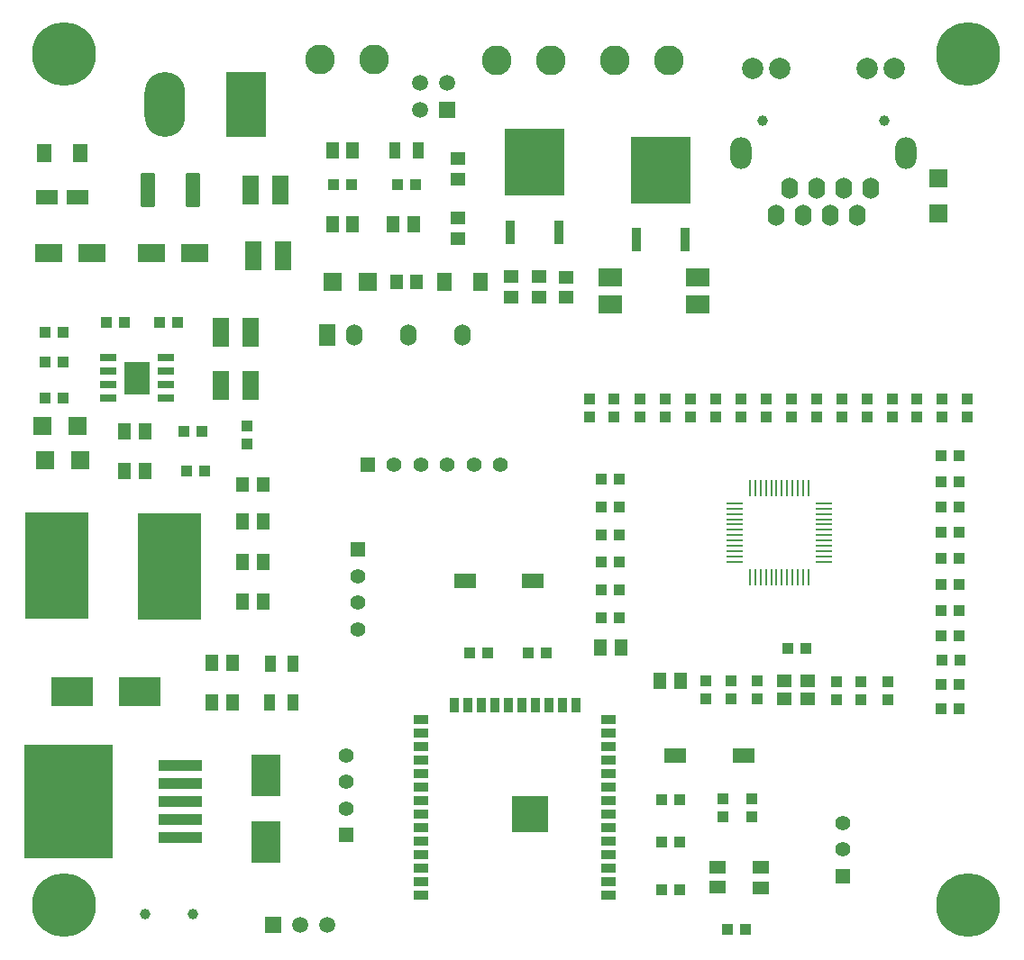
<source format=gbr>
%TF.GenerationSoftware,Altium Limited,Altium Designer,23.0.1 (38)*%
G04 Layer_Color=255*
%FSLAX45Y45*%
%MOMM*%
%TF.SameCoordinates,E0F799D9-27B4-45C1-BD14-B3F5E9977550*%
%TF.FilePolarity,Positive*%
%TF.FileFunction,Pads,Top*%
%TF.Part,Single*%
G01*
G75*
%TA.AperFunction,SMDPad,CuDef*%
%ADD11R,1.56000X0.28000*%
%ADD12R,0.28000X1.56000*%
%ADD13R,1.10000X1.00000*%
%ADD14R,1.40000X1.20000*%
%ADD15R,1.50000X1.30000*%
%ADD16R,1.00000X1.10000*%
%ADD17R,2.00000X1.40000*%
%ADD18R,1.70000X1.70000*%
%ADD19R,5.55000X6.30000*%
%ADD20R,0.90000X2.25000*%
%ADD21R,1.10000X1.50000*%
%ADD22R,1.30000X1.50000*%
%ADD23R,1.35000X1.80000*%
%ADD24R,1.20000X1.40000*%
%ADD25R,1.70000X1.70000*%
%ADD26R,2.20000X1.70000*%
%ADD27R,1.60000X2.70000*%
%ADD28R,2.40000X3.10000*%
%ADD29R,1.60000X0.70000*%
%ADD30R,2.50000X1.70000*%
G04:AMPARAMS|DCode=31|XSize=1.34mm|YSize=3.29mm|CornerRadius=0.1675mm|HoleSize=0mm|Usage=FLASHONLY|Rotation=0.000|XOffset=0mm|YOffset=0mm|HoleType=Round|Shape=RoundedRectangle|*
%AMROUNDEDRECTD31*
21,1,1.34000,2.95500,0,0,0.0*
21,1,1.00500,3.29000,0,0,0.0*
1,1,0.33500,0.50250,-1.47750*
1,1,0.33500,-0.50250,-1.47750*
1,1,0.33500,-0.50250,1.47750*
1,1,0.33500,0.50250,1.47750*
%
%ADD31ROUNDEDRECTD31*%
%ADD32R,2.05000X1.45000*%
%ADD33R,6.00000X10.00000*%
%ADD34R,4.03860X1.04140*%
%ADD35R,8.30580X10.74420*%
%ADD36R,4.00000X2.80000*%
%ADD37C,1.00000*%
%ADD38R,2.80000X4.00000*%
%ADD39R,1.40000X1.20000*%
%ADD40R,1.45000X0.86000*%
%ADD41R,0.86000X1.45000*%
%ADD42R,3.50000X3.50000*%
%TA.AperFunction,ComponentPad*%
%ADD48O,1.60000X2.00000*%
%ADD49C,2.00000*%
%ADD50O,2.00000X3.00000*%
%ADD51C,1.00000*%
%ADD52C,1.40000*%
%ADD53R,1.40000X1.40000*%
%ADD54R,3.81000X6.09600*%
%ADD55O,3.81000X6.09600*%
%ADD56C,2.79400*%
%ADD57C,1.50000*%
%ADD58R,1.50000X1.50000*%
%ADD59R,1.52400X2.03200*%
%ADD60O,1.52400X2.03200*%
%ADD61R,1.40000X1.40000*%
%TA.AperFunction,ViaPad*%
%ADD62C,6.00000*%
D11*
X7650495Y4255003D02*
D03*
Y4205000D02*
D03*
Y4155003D02*
D03*
Y4105001D02*
D03*
Y4055003D02*
D03*
Y4005001D02*
D03*
Y3955004D02*
D03*
Y3905001D02*
D03*
Y3855004D02*
D03*
Y3805001D02*
D03*
Y3755004D02*
D03*
Y3705001D02*
D03*
X6814500D02*
D03*
Y3755004D02*
D03*
Y3805001D02*
D03*
Y3855004D02*
D03*
Y3905001D02*
D03*
Y3955004D02*
D03*
Y4005001D02*
D03*
Y4055003D02*
D03*
Y4105001D02*
D03*
Y4155003D02*
D03*
Y4205000D02*
D03*
Y4255003D02*
D03*
D12*
X7507498Y3562005D02*
D03*
X7457496D02*
D03*
X7407499D02*
D03*
X7357496D02*
D03*
X7307499D02*
D03*
X7257496D02*
D03*
X7207499D02*
D03*
X7157496D02*
D03*
X7107499D02*
D03*
X7057497D02*
D03*
X7007499D02*
D03*
X6957497D02*
D03*
Y4398000D02*
D03*
X7007499D02*
D03*
X7057497D02*
D03*
X7107499D02*
D03*
X7157496D02*
D03*
X7207499D02*
D03*
X7257496D02*
D03*
X7307499D02*
D03*
X7357496D02*
D03*
X7407499D02*
D03*
X7457496D02*
D03*
X7507498D02*
D03*
D13*
X340473Y5586497D02*
D03*
X510470D02*
D03*
X6300084Y618805D02*
D03*
X6130082D02*
D03*
X6745087Y250002D02*
D03*
X6915084D02*
D03*
X6300165Y1066902D02*
D03*
X6130163D02*
D03*
X6130082Y1468806D02*
D03*
X6300084D02*
D03*
X8755085Y2320006D02*
D03*
X8925082D02*
D03*
X8925006Y2550003D02*
D03*
X8755004D02*
D03*
X8929924Y2780005D02*
D03*
X8759922D02*
D03*
X8755004Y3010002D02*
D03*
X8925006D02*
D03*
Y3250006D02*
D03*
X8755004D02*
D03*
X8755085Y3490956D02*
D03*
X8925082D02*
D03*
X8925006Y3739576D02*
D03*
X8755004D02*
D03*
X8755085Y4700854D02*
D03*
X8925082D02*
D03*
X8755167Y4460428D02*
D03*
X8925164D02*
D03*
X8755085Y4220002D02*
D03*
X8925082D02*
D03*
X8755085Y3980002D02*
D03*
X8925082D02*
D03*
X3048340Y7249998D02*
D03*
X3218343D02*
D03*
X3814999D02*
D03*
X3645002D02*
D03*
X1836034Y4556902D02*
D03*
X1666032D02*
D03*
X1640713Y4933498D02*
D03*
X1810710D02*
D03*
X1585712Y5958500D02*
D03*
X1415710D02*
D03*
X1080049D02*
D03*
X910052D02*
D03*
X340468Y5858500D02*
D03*
X510470D02*
D03*
X5734914Y4479996D02*
D03*
X5564916D02*
D03*
X5734914Y4219997D02*
D03*
X5564916D02*
D03*
X5734914Y3959997D02*
D03*
X5564916D02*
D03*
X4497583Y2848803D02*
D03*
X4327586D02*
D03*
X4875083D02*
D03*
X5045085D02*
D03*
X5734914Y3698997D02*
D03*
X5564916D02*
D03*
X5734914Y3178998D02*
D03*
X5564916D02*
D03*
Y3438571D02*
D03*
X5734914D02*
D03*
X509218Y5243004D02*
D03*
X339216D02*
D03*
X7480082Y2890001D02*
D03*
X7310085D02*
D03*
D14*
X4212839Y6934997D02*
D03*
Y6745000D02*
D03*
X4218920Y7304562D02*
D03*
Y7494560D02*
D03*
X5231420Y6189563D02*
D03*
Y6379561D02*
D03*
X4976078Y6382995D02*
D03*
Y6192998D02*
D03*
X4715581D02*
D03*
Y6382995D02*
D03*
D15*
X7057984Y828974D02*
D03*
Y638972D02*
D03*
X6656984Y643804D02*
D03*
Y833806D02*
D03*
D16*
X6976984Y1478890D02*
D03*
Y1308887D02*
D03*
X6702078Y1478969D02*
D03*
Y1308967D02*
D03*
X2234433Y4808494D02*
D03*
Y4978497D02*
D03*
X8250001Y2410399D02*
D03*
Y2580401D02*
D03*
X7999999Y2410480D02*
D03*
Y2580483D02*
D03*
X7770856Y2410399D02*
D03*
Y2580401D02*
D03*
X7024568Y2413559D02*
D03*
Y2583561D02*
D03*
X6784147D02*
D03*
Y2413559D02*
D03*
X6543721Y2583480D02*
D03*
Y2413478D02*
D03*
X9002126Y5234920D02*
D03*
Y5064917D02*
D03*
X8765398Y5234920D02*
D03*
Y5064917D02*
D03*
X8528675D02*
D03*
Y5234920D02*
D03*
X8291952Y5064917D02*
D03*
Y5234920D02*
D03*
X8055229D02*
D03*
Y5064917D02*
D03*
X7818506D02*
D03*
Y5234920D02*
D03*
X7581783D02*
D03*
Y5064917D02*
D03*
X7345060D02*
D03*
Y5234920D02*
D03*
X7108337D02*
D03*
Y5064917D02*
D03*
X6871614D02*
D03*
Y5234920D02*
D03*
X6634891D02*
D03*
Y5064917D02*
D03*
X6398163D02*
D03*
Y5234920D02*
D03*
X6161441Y5064917D02*
D03*
Y5234920D02*
D03*
X5924718D02*
D03*
Y5064917D02*
D03*
X5677499Y5067498D02*
D03*
Y5237500D02*
D03*
X5451272Y5064917D02*
D03*
Y5234920D02*
D03*
D17*
X6255085Y1878802D02*
D03*
X6895084D02*
D03*
X4920000Y3524921D02*
D03*
X4280002D02*
D03*
D18*
X8730000Y6982506D02*
D03*
Y7312508D02*
D03*
D19*
X4937501Y7462327D02*
D03*
X6120074Y7389998D02*
D03*
D20*
X5165501Y6802324D02*
D03*
X4709500D02*
D03*
X5892074Y6729994D02*
D03*
X6348075D02*
D03*
D21*
X3840079Y7575001D02*
D03*
X3620079D02*
D03*
X2670002Y2749362D02*
D03*
X2450003D02*
D03*
X2664998Y2381900D02*
D03*
X2444999D02*
D03*
D22*
X3038343Y7575000D02*
D03*
X3228345D02*
D03*
X3609680Y6876821D02*
D03*
X3799683D02*
D03*
X3038343D02*
D03*
X3228345D02*
D03*
X2095002Y2381900D02*
D03*
X1905000D02*
D03*
Y2751902D02*
D03*
X2095002D02*
D03*
X2382459Y3330001D02*
D03*
X2192457D02*
D03*
X2194997Y3699998D02*
D03*
X2384999D02*
D03*
Y4080000D02*
D03*
X2194997D02*
D03*
X1084997Y4933498D02*
D03*
X1274999D02*
D03*
Y4556902D02*
D03*
X1084997D02*
D03*
X6304798Y2583480D02*
D03*
X6114796D02*
D03*
X5744916Y2900070D02*
D03*
X5554914D02*
D03*
D23*
X4424998Y6333919D02*
D03*
X4090003D02*
D03*
X329474Y7550003D02*
D03*
X664474D02*
D03*
D24*
X3825438Y6333922D02*
D03*
X3635441D02*
D03*
X2194167Y4433257D02*
D03*
X2384164D02*
D03*
D25*
X3365002Y6340003D02*
D03*
X3035000D02*
D03*
X645528Y4983501D02*
D03*
X315526D02*
D03*
X665002Y4658506D02*
D03*
X335000D02*
D03*
D26*
X6470000Y6120498D02*
D03*
Y6374498D02*
D03*
X5649997D02*
D03*
Y6120498D02*
D03*
D27*
X2264430Y5358501D02*
D03*
X1984431D02*
D03*
X1985711Y5858500D02*
D03*
X2265710D02*
D03*
X2572517Y6578600D02*
D03*
X2292518D02*
D03*
X2270003Y7200001D02*
D03*
X2550003D02*
D03*
D28*
X1200714Y5433502D02*
D03*
D29*
X930712Y5624002D02*
D03*
Y5497002D02*
D03*
Y5370002D02*
D03*
Y5243002D02*
D03*
X1470716Y5624002D02*
D03*
Y5243002D02*
D03*
Y5370002D02*
D03*
Y5497002D02*
D03*
D30*
X1743583Y6603599D02*
D03*
X1337102D02*
D03*
X374218D02*
D03*
X780699D02*
D03*
D31*
X1730004Y7200001D02*
D03*
X1300002D02*
D03*
D32*
X642498Y7135002D02*
D03*
X357500D02*
D03*
D33*
X1510000Y3660003D02*
D03*
X450002Y3670000D02*
D03*
D34*
X1603746Y1109642D02*
D03*
Y1279822D02*
D03*
Y1450002D02*
D03*
Y1620182D02*
D03*
Y1790362D02*
D03*
D35*
X558536Y1450002D02*
D03*
D36*
X595000Y2480000D02*
D03*
X1225001D02*
D03*
D37*
X1729999Y390002D02*
D03*
X1280003D02*
D03*
D38*
X2409998Y1070000D02*
D03*
Y1700002D02*
D03*
D39*
X7279996Y2588478D02*
D03*
Y2418476D02*
D03*
X7499995D02*
D03*
Y2588478D02*
D03*
D40*
X5632999Y2220001D02*
D03*
Y2093001D02*
D03*
Y1966001D02*
D03*
Y1839001D02*
D03*
Y1712001D02*
D03*
Y1585001D02*
D03*
Y1458001D02*
D03*
Y1331001D02*
D03*
Y1204001D02*
D03*
Y1077001D02*
D03*
Y950001D02*
D03*
Y696001D02*
D03*
Y569001D02*
D03*
X3866998Y2220001D02*
D03*
Y2093001D02*
D03*
Y1966001D02*
D03*
Y1839001D02*
D03*
Y1712001D02*
D03*
Y1585001D02*
D03*
Y1458001D02*
D03*
Y1331001D02*
D03*
Y1204001D02*
D03*
Y1077001D02*
D03*
Y950001D02*
D03*
Y823001D02*
D03*
Y696001D02*
D03*
Y569001D02*
D03*
X5632999Y823001D02*
D03*
D41*
X4686498Y2353000D02*
D03*
X4559498D02*
D03*
X4432498D02*
D03*
X4305498D02*
D03*
X4178498D02*
D03*
X4813498D02*
D03*
X4940498D02*
D03*
X5067498D02*
D03*
X5194498D02*
D03*
X5321498D02*
D03*
D42*
X4895997Y1333002D02*
D03*
D48*
X8095000Y7214998D02*
D03*
X7841000D02*
D03*
X7587000D02*
D03*
X7333000D02*
D03*
X7206000Y6960998D02*
D03*
X7460000D02*
D03*
X7968000D02*
D03*
X7714000D02*
D03*
D49*
X8312500Y8340000D02*
D03*
X8058500D02*
D03*
X7241504D02*
D03*
X6987504D02*
D03*
D50*
X6875500Y7545000D02*
D03*
X8424504D02*
D03*
D51*
X7078502Y7849998D02*
D03*
X8221502D02*
D03*
D52*
X7830002Y1250000D02*
D03*
Y999998D02*
D03*
X4615002Y4617502D02*
D03*
X4365000D02*
D03*
X4114998D02*
D03*
X3865001D02*
D03*
X3614999D02*
D03*
X3272500Y3570000D02*
D03*
Y3319998D02*
D03*
Y3070001D02*
D03*
X3167497Y1385001D02*
D03*
Y1634998D02*
D03*
Y1885000D02*
D03*
D53*
X7830002Y750001D02*
D03*
X3272500Y3820003D02*
D03*
X3167497Y1134999D02*
D03*
D54*
X2226153Y7999999D02*
D03*
D55*
X1464153D02*
D03*
D56*
X2917002Y8427502D02*
D03*
X3425002D02*
D03*
X5687289Y8419998D02*
D03*
X6195289D02*
D03*
X5087498D02*
D03*
X4579498D02*
D03*
D57*
X3856000Y7956000D02*
D03*
X4110000Y8210000D02*
D03*
X3856000D02*
D03*
X2984002Y290002D02*
D03*
X2730002D02*
D03*
D58*
X4110000Y7956000D02*
D03*
X2476002Y290002D02*
D03*
D59*
X2987502Y5837499D02*
D03*
D60*
X3241502D02*
D03*
X3749502D02*
D03*
X4257502D02*
D03*
D61*
X3365002Y4617502D02*
D03*
D62*
X9005001Y8475000D02*
D03*
Y475839D02*
D03*
X515000D02*
D03*
Y8475000D02*
D03*
%TF.MD5,b2e264fa8d8c1d2d0887132f79725f58*%
M02*

</source>
